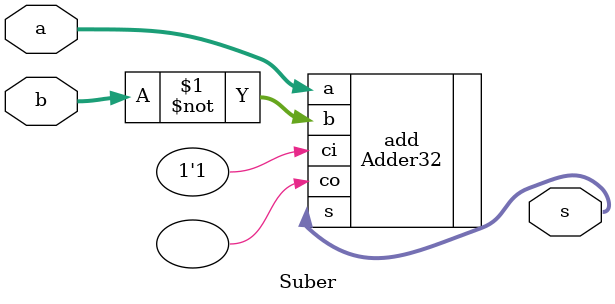
<source format=v>
`timescale 1ns / 1ps


module Suber(
    input   [31:0] a,b,
    output  [31:0] s
    );

    wire [31:0] s_mid;

    Adder32 add(
        .a      (a),
        .b      (~b),
        .ci     (1'b1),
        .s      (s),
        .co     ()
    );

endmodule

</source>
